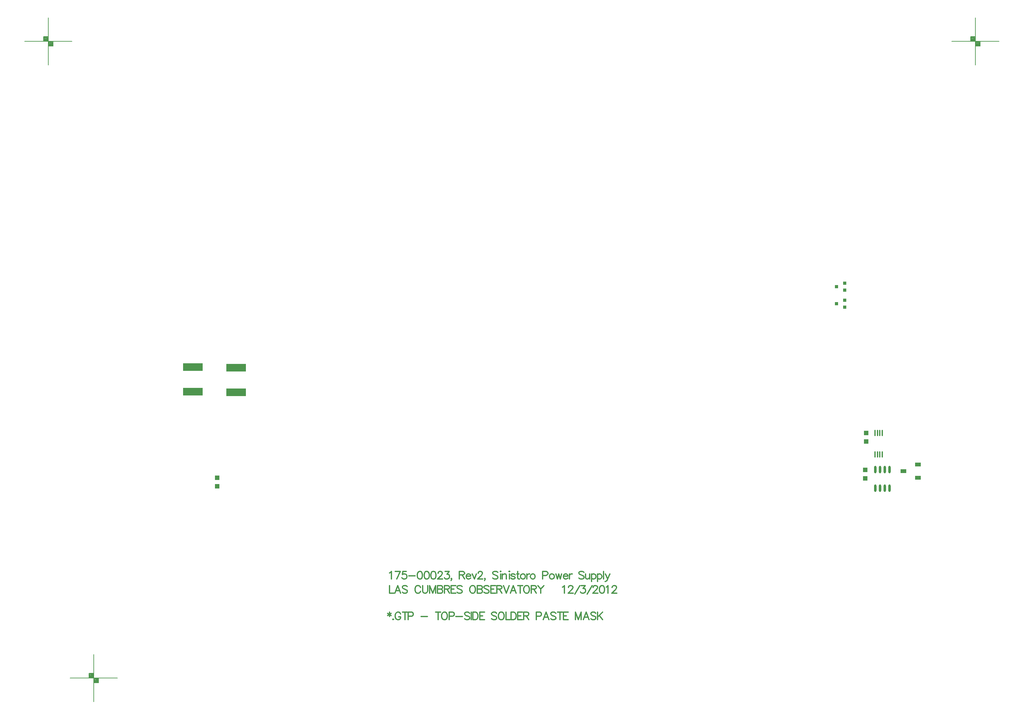
<source format=gtp>
%FSLAX23Y23*%
%MOIN*%
G70*
G01*
G75*
G04 Layer_Color=8421504*
%ADD10R,0.209X0.079*%
%ADD11R,0.050X0.050*%
%ADD12R,0.036X0.036*%
%ADD13R,0.059X0.039*%
%ADD14O,0.014X0.067*%
%ADD15O,0.024X0.079*%
%ADD16C,0.050*%
%ADD17C,0.010*%
%ADD18C,0.100*%
%ADD19C,0.025*%
%ADD20C,0.007*%
%ADD21C,0.012*%
%ADD22C,0.008*%
%ADD23C,0.012*%
%ADD24C,0.012*%
%ADD25C,0.020*%
%ADD26C,0.080*%
%ADD27R,0.059X0.059*%
%ADD28C,0.059*%
%ADD29C,0.065*%
%ADD30R,0.079X0.079*%
%ADD31C,0.079*%
%ADD32R,0.100X0.100*%
%ADD33C,0.100*%
%ADD34C,0.070*%
%ADD35R,0.100X0.100*%
%ADD36R,0.059X0.059*%
%ADD37R,0.079X0.079*%
%ADD38C,0.110*%
%ADD39R,0.110X0.110*%
%ADD40C,0.120*%
%ADD41R,0.120X0.120*%
%ADD42C,0.157*%
%ADD43C,0.024*%
%ADD44C,0.050*%
%ADD45C,0.020*%
%ADD46C,0.040*%
%ADD47C,0.005*%
%ADD48C,0.030*%
G04:AMPARAMS|DCode=49|XSize=112mil|YSize=112mil|CornerRadius=0mil|HoleSize=0mil|Usage=FLASHONLY|Rotation=0.000|XOffset=0mil|YOffset=0mil|HoleType=Round|Shape=Relief|Width=10mil|Gap=10mil|Entries=4|*
%AMTHD49*
7,0,0,0.112,0.092,0.010,45*
%
%ADD49THD49*%
%ADD50C,0.072*%
%ADD51C,0.055*%
G04:AMPARAMS|DCode=52|XSize=95.433mil|YSize=95.433mil|CornerRadius=0mil|HoleSize=0mil|Usage=FLASHONLY|Rotation=0.000|XOffset=0mil|YOffset=0mil|HoleType=Round|Shape=Relief|Width=10mil|Gap=10mil|Entries=4|*
%AMTHD52*
7,0,0,0.095,0.075,0.010,45*
%
%ADD52THD52*%
%ADD53C,0.170*%
%ADD54C,0.060*%
%ADD55C,0.067*%
G04:AMPARAMS|DCode=56|XSize=107.244mil|YSize=107.244mil|CornerRadius=0mil|HoleSize=0mil|Usage=FLASHONLY|Rotation=0.000|XOffset=0mil|YOffset=0mil|HoleType=Round|Shape=Relief|Width=10mil|Gap=10mil|Entries=4|*
%AMTHD56*
7,0,0,0.107,0.087,0.010,45*
%
%ADD56THD56*%
G04:AMPARAMS|DCode=57|XSize=120mil|YSize=120mil|CornerRadius=0mil|HoleSize=0mil|Usage=FLASHONLY|Rotation=0.000|XOffset=0mil|YOffset=0mil|HoleType=Round|Shape=Relief|Width=10mil|Gap=10mil|Entries=4|*
%AMTHD57*
7,0,0,0.120,0.100,0.010,45*
%
%ADD57THD57*%
G04:AMPARAMS|DCode=58|XSize=100mil|YSize=100mil|CornerRadius=0mil|HoleSize=0mil|Usage=FLASHONLY|Rotation=0.000|XOffset=0mil|YOffset=0mil|HoleType=Round|Shape=Relief|Width=10mil|Gap=10mil|Entries=4|*
%AMTHD58*
7,0,0,0.100,0.080,0.010,45*
%
%ADD58THD58*%
%ADD59C,0.059*%
%ADD60C,0.091*%
%ADD61C,0.090*%
%ADD62C,0.186*%
G04:AMPARAMS|DCode=63|XSize=88mil|YSize=88mil|CornerRadius=0mil|HoleSize=0mil|Usage=FLASHONLY|Rotation=0.000|XOffset=0mil|YOffset=0mil|HoleType=Round|Shape=Relief|Width=10mil|Gap=10mil|Entries=4|*
%AMTHD63*
7,0,0,0.088,0.068,0.010,45*
%
%ADD63THD63*%
%ADD64C,0.048*%
G04:AMPARAMS|DCode=65|XSize=70mil|YSize=70mil|CornerRadius=0mil|HoleSize=0mil|Usage=FLASHONLY|Rotation=0.000|XOffset=0mil|YOffset=0mil|HoleType=Round|Shape=Relief|Width=10mil|Gap=10mil|Entries=4|*
%AMTHD65*
7,0,0,0.070,0.050,0.010,45*
%
%ADD65THD65*%
%ADD66R,0.063X0.075*%
%ADD67R,0.079X0.209*%
%ADD68R,0.102X0.094*%
%ADD69R,0.268X0.272*%
%ADD70R,0.037X0.075*%
%ADD71R,0.150X0.106*%
%ADD72R,0.050X0.050*%
%ADD73R,0.036X0.032*%
%ADD74R,0.035X0.037*%
%ADD75R,0.035X0.037*%
%ADD76R,0.032X0.036*%
%ADD77R,0.272X0.268*%
%ADD78R,0.075X0.037*%
%ADD79O,0.028X0.098*%
%ADD80C,0.020*%
%ADD81C,0.010*%
%ADD82C,0.024*%
%ADD83C,0.010*%
%ADD84C,0.008*%
%ADD85C,0.030*%
%ADD86C,0.006*%
%ADD87C,0.007*%
%ADD88C,0.015*%
%ADD89R,0.043X0.008*%
%ADD90R,0.257X0.184*%
D10*
X17879Y17089D02*
D03*
Y16829D02*
D03*
X18336Y17085D02*
D03*
Y16825D02*
D03*
D11*
X18136Y15830D02*
D03*
Y15920D02*
D03*
X24991Y16305D02*
D03*
Y16395D02*
D03*
X24981Y15915D02*
D03*
Y16005D02*
D03*
D12*
X24764Y17977D02*
D03*
X24678Y17940D02*
D03*
X24764Y17903D02*
D03*
Y17797D02*
D03*
X24678Y17760D02*
D03*
X24764Y17723D02*
D03*
D13*
X25538Y16059D02*
D03*
X25385Y15990D02*
D03*
X25538Y15921D02*
D03*
D14*
X25160Y16392D02*
D03*
X25134D02*
D03*
X25109D02*
D03*
X25083D02*
D03*
X25160Y16168D02*
D03*
X25134D02*
D03*
X25109D02*
D03*
X25083D02*
D03*
D15*
X25236Y16008D02*
D03*
X25186D02*
D03*
X25136D02*
D03*
X25086D02*
D03*
X25236Y15811D02*
D03*
X25186D02*
D03*
X25136D02*
D03*
X25086D02*
D03*
D22*
X25895Y20535D02*
X26395D01*
X26145Y20285D02*
Y20785D01*
X26095Y20535D02*
Y20585D01*
X26145D01*
X26195Y20485D02*
Y20535D01*
X26145Y20485D02*
X26195D01*
X26150Y20530D02*
X26190D01*
Y20490D02*
Y20530D01*
X26150Y20490D02*
X26190D01*
X26150D02*
Y20530D01*
X26155Y20525D02*
X26185D01*
Y20495D02*
Y20525D01*
X26155Y20495D02*
X26185D01*
X26155D02*
Y20520D01*
X26160D02*
X26180D01*
Y20500D02*
Y20520D01*
X26160Y20500D02*
X26180D01*
X26160D02*
Y20515D01*
X26165D02*
X26175D01*
Y20505D02*
Y20515D01*
X26165Y20505D02*
X26175D01*
X26165D02*
Y20515D01*
Y20510D02*
X26175D01*
X26100Y20580D02*
X26140D01*
Y20540D02*
Y20580D01*
X26100Y20540D02*
X26140D01*
X26100D02*
Y20580D01*
X26105Y20575D02*
X26135D01*
Y20545D02*
Y20575D01*
X26105Y20545D02*
X26135D01*
X26105D02*
Y20570D01*
X26110D02*
X26130D01*
Y20550D02*
Y20570D01*
X26110Y20550D02*
X26130D01*
X26110D02*
Y20565D01*
X26115D02*
X26125D01*
Y20555D02*
Y20565D01*
X26115Y20555D02*
X26125D01*
X26115D02*
Y20565D01*
Y20560D02*
X26125D01*
X16105Y20535D02*
X16605D01*
X16355Y20285D02*
Y20785D01*
X16305Y20535D02*
Y20585D01*
X16355D01*
X16405Y20485D02*
Y20535D01*
X16355Y20485D02*
X16405D01*
X16360Y20530D02*
X16400D01*
Y20490D02*
Y20530D01*
X16360Y20490D02*
X16400D01*
X16360D02*
Y20530D01*
X16365Y20525D02*
X16395D01*
Y20495D02*
Y20525D01*
X16365Y20495D02*
X16395D01*
X16365D02*
Y20520D01*
X16370D02*
X16390D01*
Y20500D02*
Y20520D01*
X16370Y20500D02*
X16390D01*
X16370D02*
Y20515D01*
X16375D02*
X16385D01*
Y20505D02*
Y20515D01*
X16375Y20505D02*
X16385D01*
X16375D02*
Y20515D01*
Y20510D02*
X16385D01*
X16310Y20580D02*
X16350D01*
Y20540D02*
Y20580D01*
X16310Y20540D02*
X16350D01*
X16310D02*
Y20580D01*
X16315Y20575D02*
X16345D01*
Y20545D02*
Y20575D01*
X16315Y20545D02*
X16345D01*
X16315D02*
Y20570D01*
X16320D02*
X16340D01*
Y20550D02*
Y20570D01*
X16320Y20550D02*
X16340D01*
X16320D02*
Y20565D01*
X16325D02*
X16335D01*
Y20555D02*
Y20565D01*
X16325Y20555D02*
X16335D01*
X16325D02*
Y20565D01*
Y20560D02*
X16335D01*
X16582Y13805D02*
X17082D01*
X16832Y13555D02*
Y14055D01*
X16782Y13805D02*
Y13855D01*
X16832D01*
X16882Y13755D02*
Y13805D01*
X16832Y13755D02*
X16882D01*
X16837Y13800D02*
X16877D01*
Y13760D02*
Y13800D01*
X16837Y13760D02*
X16877D01*
X16837D02*
Y13800D01*
X16842Y13795D02*
X16872D01*
Y13765D02*
Y13795D01*
X16842Y13765D02*
X16872D01*
X16842D02*
Y13790D01*
X16847D02*
X16867D01*
Y13770D02*
Y13790D01*
X16847Y13770D02*
X16867D01*
X16847D02*
Y13785D01*
X16852D02*
X16862D01*
Y13775D02*
Y13785D01*
X16852Y13775D02*
X16862D01*
X16852D02*
Y13785D01*
Y13780D02*
X16862D01*
X16787Y13850D02*
X16827D01*
Y13810D02*
Y13850D01*
X16787Y13810D02*
X16827D01*
X16787D02*
Y13850D01*
X16792Y13845D02*
X16822D01*
Y13815D02*
Y13845D01*
X16792Y13815D02*
X16822D01*
X16792D02*
Y13840D01*
X16797D02*
X16817D01*
Y13820D02*
Y13840D01*
X16797Y13820D02*
X16817D01*
X16797D02*
Y13835D01*
X16802D02*
X16812D01*
Y13825D02*
Y13835D01*
X16802Y13825D02*
X16812D01*
X16802D02*
Y13835D01*
Y13830D02*
X16812D01*
D23*
X19958Y14780D02*
Y14700D01*
X20004D01*
X20073D02*
X20043Y14780D01*
X20013Y14700D01*
X20024Y14727D02*
X20062D01*
X20145Y14769D02*
X20138Y14776D01*
X20126Y14780D01*
X20111D01*
X20100Y14776D01*
X20092Y14769D01*
Y14761D01*
X20096Y14753D01*
X20100Y14750D01*
X20107Y14746D01*
X20130Y14738D01*
X20138Y14734D01*
X20142Y14731D01*
X20145Y14723D01*
Y14711D01*
X20138Y14704D01*
X20126Y14700D01*
X20111D01*
X20100Y14704D01*
X20092Y14711D01*
X20283Y14761D02*
X20280Y14769D01*
X20272Y14776D01*
X20264Y14780D01*
X20249D01*
X20241Y14776D01*
X20234Y14769D01*
X20230Y14761D01*
X20226Y14750D01*
Y14731D01*
X20230Y14719D01*
X20234Y14711D01*
X20241Y14704D01*
X20249Y14700D01*
X20264D01*
X20272Y14704D01*
X20280Y14711D01*
X20283Y14719D01*
X20306Y14780D02*
Y14723D01*
X20310Y14711D01*
X20317Y14704D01*
X20329Y14700D01*
X20336D01*
X20348Y14704D01*
X20355Y14711D01*
X20359Y14723D01*
Y14780D01*
X20381D02*
Y14700D01*
Y14780D02*
X20412Y14700D01*
X20442Y14780D02*
X20412Y14700D01*
X20442Y14780D02*
Y14700D01*
X20465Y14780D02*
Y14700D01*
Y14780D02*
X20499D01*
X20511Y14776D01*
X20515Y14772D01*
X20518Y14765D01*
Y14757D01*
X20515Y14750D01*
X20511Y14746D01*
X20499Y14742D01*
X20465D02*
X20499D01*
X20511Y14738D01*
X20515Y14734D01*
X20518Y14727D01*
Y14715D01*
X20515Y14708D01*
X20511Y14704D01*
X20499Y14700D01*
X20465D01*
X20536Y14780D02*
Y14700D01*
Y14780D02*
X20570D01*
X20582Y14776D01*
X20586Y14772D01*
X20590Y14765D01*
Y14757D01*
X20586Y14750D01*
X20582Y14746D01*
X20570Y14742D01*
X20536D01*
X20563D02*
X20590Y14700D01*
X20657Y14780D02*
X20607D01*
Y14700D01*
X20657D01*
X20607Y14742D02*
X20638D01*
X20724Y14769D02*
X20716Y14776D01*
X20705Y14780D01*
X20689D01*
X20678Y14776D01*
X20670Y14769D01*
Y14761D01*
X20674Y14753D01*
X20678Y14750D01*
X20686Y14746D01*
X20708Y14738D01*
X20716Y14734D01*
X20720Y14731D01*
X20724Y14723D01*
Y14711D01*
X20716Y14704D01*
X20705Y14700D01*
X20689D01*
X20678Y14704D01*
X20670Y14711D01*
X20827Y14780D02*
X20820Y14776D01*
X20812Y14769D01*
X20808Y14761D01*
X20804Y14750D01*
Y14731D01*
X20808Y14719D01*
X20812Y14711D01*
X20820Y14704D01*
X20827Y14700D01*
X20842D01*
X20850Y14704D01*
X20858Y14711D01*
X20861Y14719D01*
X20865Y14731D01*
Y14750D01*
X20861Y14761D01*
X20858Y14769D01*
X20850Y14776D01*
X20842Y14780D01*
X20827D01*
X20884D02*
Y14700D01*
Y14780D02*
X20918D01*
X20930Y14776D01*
X20933Y14772D01*
X20937Y14765D01*
Y14757D01*
X20933Y14750D01*
X20930Y14746D01*
X20918Y14742D01*
X20884D02*
X20918D01*
X20930Y14738D01*
X20933Y14734D01*
X20937Y14727D01*
Y14715D01*
X20933Y14708D01*
X20930Y14704D01*
X20918Y14700D01*
X20884D01*
X21008Y14769D02*
X21001Y14776D01*
X20989Y14780D01*
X20974D01*
X20963Y14776D01*
X20955Y14769D01*
Y14761D01*
X20959Y14753D01*
X20963Y14750D01*
X20970Y14746D01*
X20993Y14738D01*
X21001Y14734D01*
X21005Y14731D01*
X21008Y14723D01*
Y14711D01*
X21001Y14704D01*
X20989Y14700D01*
X20974D01*
X20963Y14704D01*
X20955Y14711D01*
X21076Y14780D02*
X21026D01*
Y14700D01*
X21076D01*
X21026Y14742D02*
X21057D01*
X21089Y14780D02*
Y14700D01*
Y14780D02*
X21124D01*
X21135Y14776D01*
X21139Y14772D01*
X21143Y14765D01*
Y14757D01*
X21139Y14750D01*
X21135Y14746D01*
X21124Y14742D01*
X21089D01*
X21116D02*
X21143Y14700D01*
X21160Y14780D02*
X21191Y14700D01*
X21221Y14780D02*
X21191Y14700D01*
X21293D02*
X21262Y14780D01*
X21232Y14700D01*
X21243Y14727D02*
X21281D01*
X21338Y14780D02*
Y14700D01*
X21311Y14780D02*
X21365D01*
X21397D02*
X21389Y14776D01*
X21382Y14769D01*
X21378Y14761D01*
X21374Y14750D01*
Y14731D01*
X21378Y14719D01*
X21382Y14711D01*
X21389Y14704D01*
X21397Y14700D01*
X21412D01*
X21420Y14704D01*
X21427Y14711D01*
X21431Y14719D01*
X21435Y14731D01*
Y14750D01*
X21431Y14761D01*
X21427Y14769D01*
X21420Y14776D01*
X21412Y14780D01*
X21397D01*
X21454D02*
Y14700D01*
Y14780D02*
X21488D01*
X21499Y14776D01*
X21503Y14772D01*
X21507Y14765D01*
Y14757D01*
X21503Y14750D01*
X21499Y14746D01*
X21488Y14742D01*
X21454D01*
X21480D02*
X21507Y14700D01*
X21525Y14780D02*
X21555Y14742D01*
Y14700D01*
X21586Y14780D02*
X21555Y14742D01*
X21785Y14765D02*
X21792Y14769D01*
X21804Y14780D01*
Y14700D01*
X21847Y14761D02*
Y14765D01*
X21851Y14772D01*
X21855Y14776D01*
X21862Y14780D01*
X21878D01*
X21885Y14776D01*
X21889Y14772D01*
X21893Y14765D01*
Y14757D01*
X21889Y14750D01*
X21881Y14738D01*
X21843Y14700D01*
X21897D01*
X21915Y14689D02*
X21968Y14780D01*
X21981D02*
X22023D01*
X22000Y14750D01*
X22011D01*
X22019Y14746D01*
X22023Y14742D01*
X22027Y14731D01*
Y14723D01*
X22023Y14711D01*
X22015Y14704D01*
X22004Y14700D01*
X21992D01*
X21981Y14704D01*
X21977Y14708D01*
X21973Y14715D01*
X22044Y14689D02*
X22098Y14780D01*
X22107Y14761D02*
Y14765D01*
X22111Y14772D01*
X22115Y14776D01*
X22122Y14780D01*
X22137D01*
X22145Y14776D01*
X22149Y14772D01*
X22153Y14765D01*
Y14757D01*
X22149Y14750D01*
X22141Y14738D01*
X22103Y14700D01*
X22156D01*
X22197Y14780D02*
X22186Y14776D01*
X22178Y14765D01*
X22174Y14746D01*
Y14734D01*
X22178Y14715D01*
X22186Y14704D01*
X22197Y14700D01*
X22205D01*
X22216Y14704D01*
X22224Y14715D01*
X22228Y14734D01*
Y14746D01*
X22224Y14765D01*
X22216Y14776D01*
X22205Y14780D01*
X22197D01*
X22246Y14765D02*
X22253Y14769D01*
X22265Y14780D01*
Y14700D01*
X22308Y14761D02*
Y14765D01*
X22312Y14772D01*
X22316Y14776D01*
X22323Y14780D01*
X22338D01*
X22346Y14776D01*
X22350Y14772D01*
X22354Y14765D01*
Y14757D01*
X22350Y14750D01*
X22342Y14738D01*
X22304Y14700D01*
X22358D01*
D24*
X19956Y14499D02*
Y14454D01*
X19937Y14488D02*
X19975Y14465D01*
Y14488D02*
X19937Y14465D01*
X19995Y14427D02*
X19991Y14423D01*
X19995Y14419D01*
X19999Y14423D01*
X19995Y14427D01*
X20074Y14480D02*
X20070Y14488D01*
X20062Y14496D01*
X20055Y14499D01*
X20039D01*
X20032Y14496D01*
X20024Y14488D01*
X20020Y14480D01*
X20017Y14469D01*
Y14450D01*
X20020Y14439D01*
X20024Y14431D01*
X20032Y14423D01*
X20039Y14419D01*
X20055D01*
X20062Y14423D01*
X20070Y14431D01*
X20074Y14439D01*
Y14450D01*
X20055D02*
X20074D01*
X20119Y14499D02*
Y14419D01*
X20092Y14499D02*
X20145D01*
X20155Y14458D02*
X20189D01*
X20201Y14461D01*
X20204Y14465D01*
X20208Y14473D01*
Y14484D01*
X20204Y14492D01*
X20201Y14496D01*
X20189Y14499D01*
X20155D01*
Y14419D01*
X20289Y14454D02*
X20357D01*
X20471Y14499D02*
Y14419D01*
X20444Y14499D02*
X20497D01*
X20530D02*
X20522Y14496D01*
X20514Y14488D01*
X20511Y14480D01*
X20507Y14469D01*
Y14450D01*
X20511Y14439D01*
X20514Y14431D01*
X20522Y14423D01*
X20530Y14419D01*
X20545D01*
X20553Y14423D01*
X20560Y14431D01*
X20564Y14439D01*
X20568Y14450D01*
Y14469D01*
X20564Y14480D01*
X20560Y14488D01*
X20553Y14496D01*
X20545Y14499D01*
X20530D01*
X20586Y14458D02*
X20621D01*
X20632Y14461D01*
X20636Y14465D01*
X20640Y14473D01*
Y14484D01*
X20636Y14492D01*
X20632Y14496D01*
X20621Y14499D01*
X20586D01*
Y14419D01*
X20658Y14454D02*
X20726D01*
X20803Y14488D02*
X20795Y14496D01*
X20784Y14499D01*
X20769D01*
X20757Y14496D01*
X20750Y14488D01*
Y14480D01*
X20754Y14473D01*
X20757Y14469D01*
X20765Y14465D01*
X20788Y14458D01*
X20795Y14454D01*
X20799Y14450D01*
X20803Y14442D01*
Y14431D01*
X20795Y14423D01*
X20784Y14419D01*
X20769D01*
X20757Y14423D01*
X20750Y14431D01*
X20821Y14499D02*
Y14419D01*
X20838Y14499D02*
Y14419D01*
Y14499D02*
X20864D01*
X20876Y14496D01*
X20883Y14488D01*
X20887Y14480D01*
X20891Y14469D01*
Y14450D01*
X20887Y14439D01*
X20883Y14431D01*
X20876Y14423D01*
X20864Y14419D01*
X20838D01*
X20959Y14499D02*
X20909D01*
Y14419D01*
X20959D01*
X20909Y14461D02*
X20939D01*
X21088Y14488D02*
X21080Y14496D01*
X21069Y14499D01*
X21054D01*
X21042Y14496D01*
X21035Y14488D01*
Y14480D01*
X21038Y14473D01*
X21042Y14469D01*
X21050Y14465D01*
X21073Y14458D01*
X21080Y14454D01*
X21084Y14450D01*
X21088Y14442D01*
Y14431D01*
X21080Y14423D01*
X21069Y14419D01*
X21054D01*
X21042Y14423D01*
X21035Y14431D01*
X21129Y14499D02*
X21121Y14496D01*
X21114Y14488D01*
X21110Y14480D01*
X21106Y14469D01*
Y14450D01*
X21110Y14439D01*
X21114Y14431D01*
X21121Y14423D01*
X21129Y14419D01*
X21144D01*
X21152Y14423D01*
X21159Y14431D01*
X21163Y14439D01*
X21167Y14450D01*
Y14469D01*
X21163Y14480D01*
X21159Y14488D01*
X21152Y14496D01*
X21144Y14499D01*
X21129D01*
X21186D02*
Y14419D01*
X21231D01*
X21240Y14499D02*
Y14419D01*
Y14499D02*
X21267D01*
X21278Y14496D01*
X21286Y14488D01*
X21289Y14480D01*
X21293Y14469D01*
Y14450D01*
X21289Y14439D01*
X21286Y14431D01*
X21278Y14423D01*
X21267Y14419D01*
X21240D01*
X21361Y14499D02*
X21311D01*
Y14419D01*
X21361D01*
X21311Y14461D02*
X21342D01*
X21374Y14499D02*
Y14419D01*
Y14499D02*
X21408D01*
X21420Y14496D01*
X21424Y14492D01*
X21427Y14484D01*
Y14477D01*
X21424Y14469D01*
X21420Y14465D01*
X21408Y14461D01*
X21374D01*
X21401D02*
X21427Y14419D01*
X21508Y14458D02*
X21542D01*
X21554Y14461D01*
X21558Y14465D01*
X21561Y14473D01*
Y14484D01*
X21558Y14492D01*
X21554Y14496D01*
X21542Y14499D01*
X21508D01*
Y14419D01*
X21640D02*
X21610Y14499D01*
X21579Y14419D01*
X21591Y14446D02*
X21629D01*
X21712Y14488D02*
X21705Y14496D01*
X21693Y14499D01*
X21678D01*
X21667Y14496D01*
X21659Y14488D01*
Y14480D01*
X21663Y14473D01*
X21667Y14469D01*
X21674Y14465D01*
X21697Y14458D01*
X21705Y14454D01*
X21708Y14450D01*
X21712Y14442D01*
Y14431D01*
X21705Y14423D01*
X21693Y14419D01*
X21678D01*
X21667Y14423D01*
X21659Y14431D01*
X21757Y14499D02*
Y14419D01*
X21730Y14499D02*
X21783D01*
X21843D02*
X21793D01*
Y14419D01*
X21843D01*
X21793Y14461D02*
X21823D01*
X21919Y14499D02*
Y14419D01*
Y14499D02*
X21949Y14419D01*
X21980Y14499D02*
X21949Y14419D01*
X21980Y14499D02*
Y14419D01*
X22063D02*
X22033Y14499D01*
X22002Y14419D01*
X22014Y14446D02*
X22052D01*
X22135Y14488D02*
X22128Y14496D01*
X22116Y14499D01*
X22101D01*
X22090Y14496D01*
X22082Y14488D01*
Y14480D01*
X22086Y14473D01*
X22090Y14469D01*
X22097Y14465D01*
X22120Y14458D01*
X22128Y14454D01*
X22132Y14450D01*
X22135Y14442D01*
Y14431D01*
X22128Y14423D01*
X22116Y14419D01*
X22101D01*
X22090Y14423D01*
X22082Y14431D01*
X22153Y14499D02*
Y14419D01*
X22207Y14499D02*
X22153Y14446D01*
X22172Y14465D02*
X22207Y14419D01*
X19958Y14915D02*
X19966Y14919D01*
X19977Y14930D01*
Y14850D01*
X20070Y14930D02*
X20032Y14850D01*
X20017Y14930D02*
X20070D01*
X20134D02*
X20096D01*
X20092Y14896D01*
X20096Y14900D01*
X20107Y14903D01*
X20118D01*
X20130Y14900D01*
X20137Y14892D01*
X20141Y14881D01*
Y14873D01*
X20137Y14861D01*
X20130Y14854D01*
X20118Y14850D01*
X20107D01*
X20096Y14854D01*
X20092Y14858D01*
X20088Y14865D01*
X20159Y14884D02*
X20228D01*
X20274Y14930D02*
X20263Y14926D01*
X20255Y14915D01*
X20251Y14896D01*
Y14884D01*
X20255Y14865D01*
X20263Y14854D01*
X20274Y14850D01*
X20282D01*
X20293Y14854D01*
X20301Y14865D01*
X20305Y14884D01*
Y14896D01*
X20301Y14915D01*
X20293Y14926D01*
X20282Y14930D01*
X20274D01*
X20345D02*
X20334Y14926D01*
X20326Y14915D01*
X20323Y14896D01*
Y14884D01*
X20326Y14865D01*
X20334Y14854D01*
X20345Y14850D01*
X20353D01*
X20364Y14854D01*
X20372Y14865D01*
X20376Y14884D01*
Y14896D01*
X20372Y14915D01*
X20364Y14926D01*
X20353Y14930D01*
X20345D01*
X20417D02*
X20405Y14926D01*
X20398Y14915D01*
X20394Y14896D01*
Y14884D01*
X20398Y14865D01*
X20405Y14854D01*
X20417Y14850D01*
X20424D01*
X20436Y14854D01*
X20443Y14865D01*
X20447Y14884D01*
Y14896D01*
X20443Y14915D01*
X20436Y14926D01*
X20424Y14930D01*
X20417D01*
X20469Y14911D02*
Y14915D01*
X20473Y14922D01*
X20476Y14926D01*
X20484Y14930D01*
X20499D01*
X20507Y14926D01*
X20511Y14922D01*
X20515Y14915D01*
Y14907D01*
X20511Y14900D01*
X20503Y14888D01*
X20465Y14850D01*
X20518D01*
X20544Y14930D02*
X20586D01*
X20563Y14900D01*
X20574D01*
X20582Y14896D01*
X20586Y14892D01*
X20590Y14881D01*
Y14873D01*
X20586Y14861D01*
X20578Y14854D01*
X20567Y14850D01*
X20555D01*
X20544Y14854D01*
X20540Y14858D01*
X20536Y14865D01*
X20615Y14854D02*
X20611Y14850D01*
X20607Y14854D01*
X20611Y14858D01*
X20615Y14854D01*
Y14846D01*
X20611Y14839D01*
X20607Y14835D01*
X20695Y14930D02*
Y14850D01*
Y14930D02*
X20730D01*
X20741Y14926D01*
X20745Y14922D01*
X20749Y14915D01*
Y14907D01*
X20745Y14900D01*
X20741Y14896D01*
X20730Y14892D01*
X20695D01*
X20722D02*
X20749Y14850D01*
X20767Y14881D02*
X20812D01*
Y14888D01*
X20809Y14896D01*
X20805Y14900D01*
X20797Y14903D01*
X20786D01*
X20778Y14900D01*
X20770Y14892D01*
X20767Y14881D01*
Y14873D01*
X20770Y14861D01*
X20778Y14854D01*
X20786Y14850D01*
X20797D01*
X20805Y14854D01*
X20812Y14861D01*
X20829Y14903D02*
X20852Y14850D01*
X20875Y14903D02*
X20852Y14850D01*
X20892Y14911D02*
Y14915D01*
X20896Y14922D01*
X20900Y14926D01*
X20907Y14930D01*
X20922D01*
X20930Y14926D01*
X20934Y14922D01*
X20938Y14915D01*
Y14907D01*
X20934Y14900D01*
X20926Y14888D01*
X20888Y14850D01*
X20941D01*
X20967Y14854D02*
X20963Y14850D01*
X20959Y14854D01*
X20963Y14858D01*
X20967Y14854D01*
Y14846D01*
X20963Y14839D01*
X20959Y14835D01*
X21101Y14919D02*
X21093Y14926D01*
X21082Y14930D01*
X21066D01*
X21055Y14926D01*
X21047Y14919D01*
Y14911D01*
X21051Y14903D01*
X21055Y14900D01*
X21063Y14896D01*
X21085Y14888D01*
X21093Y14884D01*
X21097Y14881D01*
X21101Y14873D01*
Y14861D01*
X21093Y14854D01*
X21082Y14850D01*
X21066D01*
X21055Y14854D01*
X21047Y14861D01*
X21126Y14930D02*
X21130Y14926D01*
X21134Y14930D01*
X21130Y14934D01*
X21126Y14930D01*
X21130Y14903D02*
Y14850D01*
X21148Y14903D02*
Y14850D01*
Y14888D02*
X21159Y14900D01*
X21167Y14903D01*
X21178D01*
X21186Y14900D01*
X21190Y14888D01*
Y14850D01*
X21218Y14930D02*
X21222Y14926D01*
X21226Y14930D01*
X21222Y14934D01*
X21218Y14930D01*
X21222Y14903D02*
Y14850D01*
X21282Y14892D02*
X21278Y14900D01*
X21267Y14903D01*
X21255D01*
X21244Y14900D01*
X21240Y14892D01*
X21244Y14884D01*
X21251Y14881D01*
X21271Y14877D01*
X21278Y14873D01*
X21282Y14865D01*
Y14861D01*
X21278Y14854D01*
X21267Y14850D01*
X21255D01*
X21244Y14854D01*
X21240Y14861D01*
X21310Y14930D02*
Y14865D01*
X21314Y14854D01*
X21322Y14850D01*
X21329D01*
X21299Y14903D02*
X21325D01*
X21360D02*
X21352Y14900D01*
X21344Y14892D01*
X21341Y14881D01*
Y14873D01*
X21344Y14861D01*
X21352Y14854D01*
X21360Y14850D01*
X21371D01*
X21379Y14854D01*
X21386Y14861D01*
X21390Y14873D01*
Y14881D01*
X21386Y14892D01*
X21379Y14900D01*
X21371Y14903D01*
X21360D01*
X21408D02*
Y14850D01*
Y14881D02*
X21411Y14892D01*
X21419Y14900D01*
X21427Y14903D01*
X21438D01*
X21464D02*
X21457Y14900D01*
X21449Y14892D01*
X21445Y14881D01*
Y14873D01*
X21449Y14861D01*
X21457Y14854D01*
X21464Y14850D01*
X21476D01*
X21483Y14854D01*
X21491Y14861D01*
X21495Y14873D01*
Y14881D01*
X21491Y14892D01*
X21483Y14900D01*
X21476Y14903D01*
X21464D01*
X21575Y14888D02*
X21610D01*
X21621Y14892D01*
X21625Y14896D01*
X21629Y14903D01*
Y14915D01*
X21625Y14922D01*
X21621Y14926D01*
X21610Y14930D01*
X21575D01*
Y14850D01*
X21665Y14903D02*
X21658Y14900D01*
X21650Y14892D01*
X21646Y14881D01*
Y14873D01*
X21650Y14861D01*
X21658Y14854D01*
X21665Y14850D01*
X21677D01*
X21685Y14854D01*
X21692Y14861D01*
X21696Y14873D01*
Y14881D01*
X21692Y14892D01*
X21685Y14900D01*
X21677Y14903D01*
X21665D01*
X21713D02*
X21729Y14850D01*
X21744Y14903D02*
X21729Y14850D01*
X21744Y14903D02*
X21759Y14850D01*
X21774Y14903D02*
X21759Y14850D01*
X21793Y14881D02*
X21839D01*
Y14888D01*
X21835Y14896D01*
X21831Y14900D01*
X21824Y14903D01*
X21812D01*
X21805Y14900D01*
X21797Y14892D01*
X21793Y14881D01*
Y14873D01*
X21797Y14861D01*
X21805Y14854D01*
X21812Y14850D01*
X21824D01*
X21831Y14854D01*
X21839Y14861D01*
X21856Y14903D02*
Y14850D01*
Y14881D02*
X21860Y14892D01*
X21867Y14900D01*
X21875Y14903D01*
X21886D01*
X22010Y14919D02*
X22002Y14926D01*
X21991Y14930D01*
X21976D01*
X21964Y14926D01*
X21956Y14919D01*
Y14911D01*
X21960Y14903D01*
X21964Y14900D01*
X21972Y14896D01*
X21995Y14888D01*
X22002Y14884D01*
X22006Y14881D01*
X22010Y14873D01*
Y14861D01*
X22002Y14854D01*
X21991Y14850D01*
X21976D01*
X21964Y14854D01*
X21956Y14861D01*
X22028Y14903D02*
Y14865D01*
X22032Y14854D01*
X22039Y14850D01*
X22051D01*
X22058Y14854D01*
X22070Y14865D01*
Y14903D02*
Y14850D01*
X22091Y14903D02*
Y14823D01*
Y14892D02*
X22098Y14900D01*
X22106Y14903D01*
X22117D01*
X22125Y14900D01*
X22132Y14892D01*
X22136Y14881D01*
Y14873D01*
X22132Y14861D01*
X22125Y14854D01*
X22117Y14850D01*
X22106D01*
X22098Y14854D01*
X22091Y14861D01*
X22153Y14903D02*
Y14823D01*
Y14892D02*
X22161Y14900D01*
X22169Y14903D01*
X22180D01*
X22188Y14900D01*
X22195Y14892D01*
X22199Y14881D01*
Y14873D01*
X22195Y14861D01*
X22188Y14854D01*
X22180Y14850D01*
X22169D01*
X22161Y14854D01*
X22153Y14861D01*
X22216Y14930D02*
Y14850D01*
X22237Y14903D02*
X22260Y14850D01*
X22283Y14903D02*
X22260Y14850D01*
X22252Y14835D01*
X22244Y14827D01*
X22237Y14823D01*
X22233D01*
M02*

</source>
